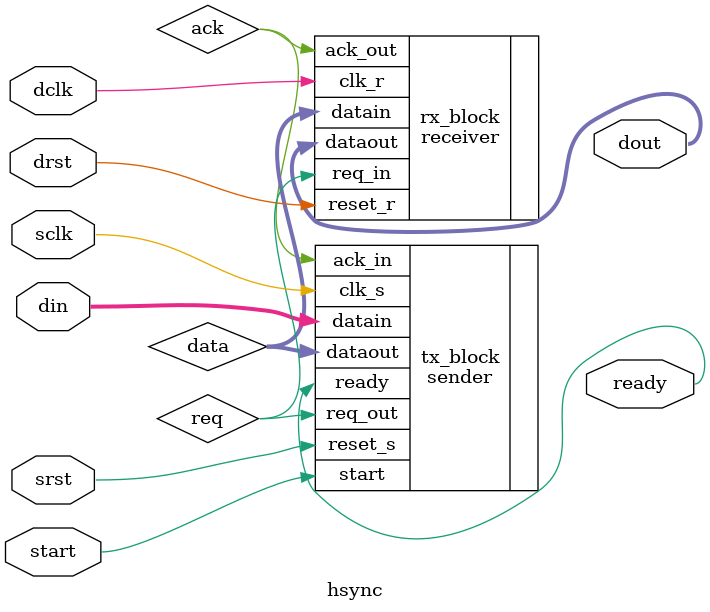
<source format=v>

module hsync (srst, drst, sclk, dclk, start, ready, din, dout);
input srst, drst, sclk, dclk;
input start;
input [7:0] din;
output ready;
output [7:0] dout;

wire req;
wire ack;
wire [7:0] data;

receiver rx_block (.clk_r(dclk), 
                  .reset_r(drst), 
                  .req_in(req), 
                  .datain (data),
                  .dataout (dout),
                  .ack_out(ack));

sender tx_block (.clk_s(sclk), 
                 .reset_s(srst), 
                 .datain(din), 
                 .dataout(data),
                 .ack_in(ack), 
                 .start(start),
                 .ready(ready),
                 .req_out(req));
endmodule

</source>
